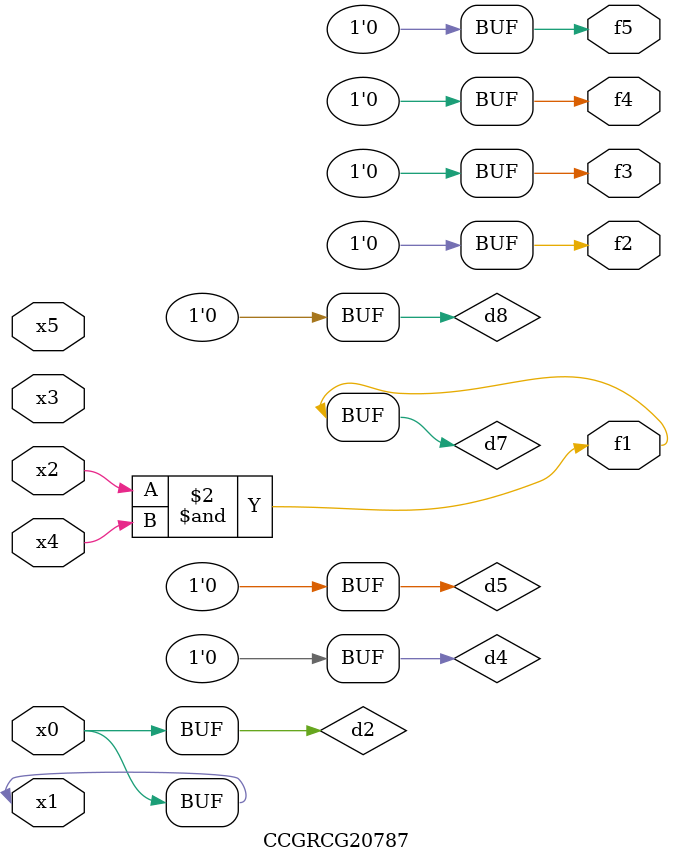
<source format=v>
module CCGRCG20787(
	input x0, x1, x2, x3, x4, x5,
	output f1, f2, f3, f4, f5
);

	wire d1, d2, d3, d4, d5, d6, d7, d8, d9;

	nand (d1, x1);
	buf (d2, x0, x1);
	nand (d3, x2, x4);
	and (d4, d1, d2);
	and (d5, d1, d2);
	nand (d6, d1, d3);
	not (d7, d3);
	xor (d8, d5);
	nor (d9, d5, d6);
	assign f1 = d7;
	assign f2 = d8;
	assign f3 = d8;
	assign f4 = d8;
	assign f5 = d8;
endmodule

</source>
